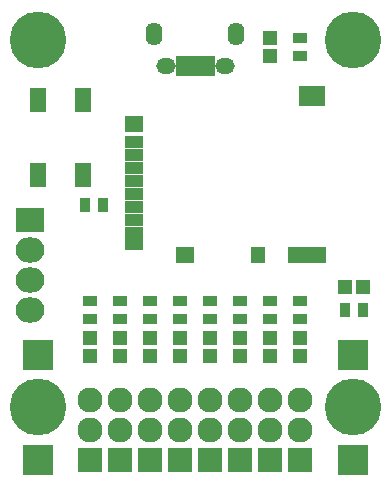
<source format=gbr>
G04 #@! TF.GenerationSoftware,KiCad,Pcbnew,5.0.0*
G04 #@! TF.CreationDate,2018-11-12T22:36:05-05:00*
G04 #@! TF.ProjectId,dot-driver,646F742D6472697665722E6B69636164,rev?*
G04 #@! TF.SameCoordinates,Original*
G04 #@! TF.FileFunction,Soldermask,Top*
G04 #@! TF.FilePolarity,Negative*
%FSLAX46Y46*%
G04 Gerber Fmt 4.6, Leading zero omitted, Abs format (unit mm)*
G04 Created by KiCad (PCBNEW 5.0.0) date Mon Nov 12 22:36:05 2018*
%MOMM*%
%LPD*%
G01*
G04 APERTURE LIST*
%ADD10R,1.197560X1.197560*%
%ADD11R,2.127200X2.127200*%
%ADD12O,2.127200X2.127200*%
%ADD13R,2.432000X2.127200*%
%ADD14O,2.432000X2.127200*%
%ADD15R,2.635200X2.635200*%
%ADD16R,0.800000X1.750000*%
%ADD17O,1.650000X1.350000*%
%ADD18O,1.400000X1.950000*%
%ADD19R,1.300000X0.900000*%
%ADD20R,0.900000X1.300000*%
%ADD21R,1.400000X2.100000*%
%ADD22R,2.300000X1.700000*%
%ADD23R,3.200000X1.400000*%
%ADD24R,1.200000X1.400000*%
%ADD25R,1.600000X1.400000*%
%ADD26R,1.600000X1.100000*%
%ADD27C,4.800000*%
G04 APERTURE END LIST*
D10*
G04 #@! TO.C,D8*
X142240000Y-106794300D03*
X142240000Y-105295700D03*
G04 #@! TD*
G04 #@! TO.C,D5*
X137160000Y-106794300D03*
X137160000Y-105295700D03*
G04 #@! TD*
D11*
G04 #@! TO.C,J13*
X149860000Y-115570000D03*
D12*
X149860000Y-113030000D03*
X149860000Y-110490000D03*
G04 #@! TD*
G04 #@! TO.C,J12*
X147320000Y-110490000D03*
X147320000Y-113030000D03*
D11*
X147320000Y-115570000D03*
G04 #@! TD*
D12*
G04 #@! TO.C,J11*
X144780000Y-110490000D03*
X144780000Y-113030000D03*
D11*
X144780000Y-115570000D03*
G04 #@! TD*
G04 #@! TO.C,J10*
X142240000Y-115570000D03*
D12*
X142240000Y-113030000D03*
X142240000Y-110490000D03*
G04 #@! TD*
G04 #@! TO.C,J9*
X139700000Y-110490000D03*
X139700000Y-113030000D03*
D11*
X139700000Y-115570000D03*
G04 #@! TD*
G04 #@! TO.C,J8*
X137160000Y-115570000D03*
D12*
X137160000Y-113030000D03*
X137160000Y-110490000D03*
G04 #@! TD*
G04 #@! TO.C,J7*
X134620000Y-110490000D03*
X134620000Y-113030000D03*
D11*
X134620000Y-115570000D03*
G04 #@! TD*
G04 #@! TO.C,J6*
X132080000Y-115570000D03*
D12*
X132080000Y-113030000D03*
X132080000Y-110490000D03*
G04 #@! TD*
D13*
G04 #@! TO.C,J15*
X127000000Y-95250000D03*
D14*
X127000000Y-97790000D03*
X127000000Y-100330000D03*
X127000000Y-102870000D03*
G04 #@! TD*
D10*
G04 #@! TO.C,D3*
X132080000Y-105295700D03*
X132080000Y-106794300D03*
G04 #@! TD*
G04 #@! TO.C,D4*
X134620000Y-105295700D03*
X134620000Y-106794300D03*
G04 #@! TD*
G04 #@! TO.C,D6*
X147320000Y-79895700D03*
X147320000Y-81394300D03*
G04 #@! TD*
G04 #@! TO.C,D7*
X139700000Y-106794300D03*
X139700000Y-105295700D03*
G04 #@! TD*
G04 #@! TO.C,D9*
X144780000Y-105295700D03*
X144780000Y-106794300D03*
G04 #@! TD*
G04 #@! TO.C,D10*
X147320000Y-106794300D03*
X147320000Y-105295700D03*
G04 #@! TD*
G04 #@! TO.C,D11*
X149860000Y-105295700D03*
X149860000Y-106794300D03*
G04 #@! TD*
D15*
G04 #@! TO.C,J1*
X127635000Y-106680000D03*
G04 #@! TD*
G04 #@! TO.C,J2*
X154305000Y-106680000D03*
G04 #@! TD*
G04 #@! TO.C,J3*
X127635000Y-115570000D03*
G04 #@! TD*
G04 #@! TO.C,J4*
X154305000Y-115570000D03*
G04 #@! TD*
D16*
G04 #@! TO.C,J5*
X142270900Y-82207540D03*
X141620900Y-82207540D03*
X140970900Y-82207540D03*
X140320900Y-82207540D03*
X139670900Y-82207540D03*
D17*
X143470900Y-82207540D03*
X138470900Y-82207540D03*
D18*
X144470900Y-79507540D03*
X137470900Y-79507540D03*
G04 #@! TD*
D19*
G04 #@! TO.C,R2*
X132080000Y-103620000D03*
X132080000Y-102120000D03*
G04 #@! TD*
G04 #@! TO.C,R4*
X134620000Y-103620000D03*
X134620000Y-102120000D03*
G04 #@! TD*
D20*
G04 #@! TO.C,R5*
X133175000Y-93980000D03*
X131675000Y-93980000D03*
G04 #@! TD*
D19*
G04 #@! TO.C,R7*
X149860000Y-81395000D03*
X149860000Y-79895000D03*
G04 #@! TD*
G04 #@! TO.C,R8*
X137160000Y-102120000D03*
X137160000Y-103620000D03*
G04 #@! TD*
G04 #@! TO.C,R10*
X139700000Y-103620000D03*
X139700000Y-102120000D03*
G04 #@! TD*
G04 #@! TO.C,R12*
X142240000Y-102120000D03*
X142240000Y-103620000D03*
G04 #@! TD*
G04 #@! TO.C,R14*
X144780000Y-103620000D03*
X144780000Y-102120000D03*
G04 #@! TD*
G04 #@! TO.C,R16*
X147320000Y-102120000D03*
X147320000Y-103620000D03*
G04 #@! TD*
G04 #@! TO.C,R18*
X149860000Y-103620000D03*
X149860000Y-102120000D03*
G04 #@! TD*
D21*
G04 #@! TO.C,SW1*
X127640000Y-91415000D03*
X127640000Y-85115000D03*
X131440000Y-91415000D03*
X131440000Y-85115000D03*
G04 #@! TD*
D22*
G04 #@! TO.C,J14*
X150885000Y-84765000D03*
D23*
X150435000Y-98265000D03*
D24*
X146285000Y-98265000D03*
D25*
X140085000Y-98265000D03*
X135785000Y-87115000D03*
D26*
X135785000Y-95265000D03*
X135785000Y-94165000D03*
X135785000Y-93065000D03*
X135785000Y-91965000D03*
X135785000Y-90865000D03*
X135785000Y-89765000D03*
X135785000Y-88665000D03*
X135785000Y-96365000D03*
X135785000Y-97315000D03*
G04 #@! TD*
D27*
G04 #@! TO.C,REF\002A\002A*
X127635000Y-80010000D03*
G04 #@! TD*
G04 #@! TO.C,REF\002A\002A*
X154305000Y-80010000D03*
G04 #@! TD*
G04 #@! TO.C,REF\002A\002A*
X127635000Y-111125000D03*
G04 #@! TD*
G04 #@! TO.C,REF\002A\002A*
X154305000Y-111125000D03*
G04 #@! TD*
D10*
G04 #@! TO.C,D12*
X155168600Y-100965000D03*
X153670000Y-100965000D03*
G04 #@! TD*
D20*
G04 #@! TO.C,R19*
X153670000Y-102870000D03*
X155170000Y-102870000D03*
G04 #@! TD*
M02*

</source>
